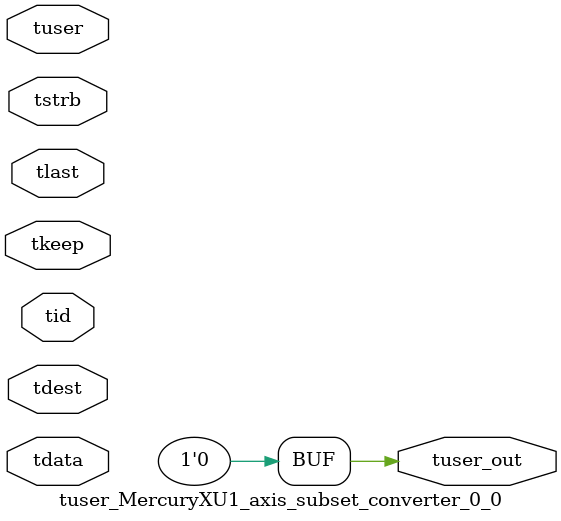
<source format=v>


`timescale 1ps/1ps

module tuser_MercuryXU1_axis_subset_converter_0_0 #
(
parameter C_S_AXIS_TUSER_WIDTH = 1,
parameter C_S_AXIS_TDATA_WIDTH = 32,
parameter C_S_AXIS_TID_WIDTH   = 0,
parameter C_S_AXIS_TDEST_WIDTH = 0,
parameter C_M_AXIS_TUSER_WIDTH = 1
)
(
input  [(C_S_AXIS_TUSER_WIDTH == 0 ? 1 : C_S_AXIS_TUSER_WIDTH)-1:0     ] tuser,
input  [(C_S_AXIS_TDATA_WIDTH == 0 ? 1 : C_S_AXIS_TDATA_WIDTH)-1:0     ] tdata,
input  [(C_S_AXIS_TID_WIDTH   == 0 ? 1 : C_S_AXIS_TID_WIDTH)-1:0       ] tid,
input  [(C_S_AXIS_TDEST_WIDTH == 0 ? 1 : C_S_AXIS_TDEST_WIDTH)-1:0     ] tdest,
input  [(C_S_AXIS_TDATA_WIDTH/8)-1:0 ] tkeep,
input  [(C_S_AXIS_TDATA_WIDTH/8)-1:0 ] tstrb,
input                                                                    tlast,
output [C_M_AXIS_TUSER_WIDTH-1:0] tuser_out
);

assign tuser_out = {1'b0};

endmodule


</source>
